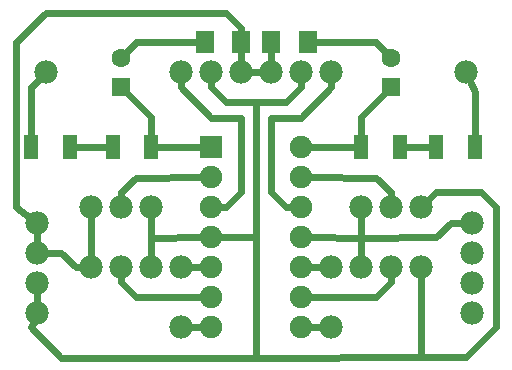
<source format=gbl>
G04 MADE WITH FRITZING*
G04 WWW.FRITZING.ORG*
G04 SINGLE SIDED*
G04 HOLES NOT PLATED*
G04 CONTOUR ON CENTER OF CONTOUR VECTOR*
%ASAXBY*%
%FSLAX23Y23*%
%MOIN*%
%OFA0B0*%
%SFA1.0B1.0*%
%ADD10C,0.078000*%
%ADD11C,0.075000*%
%ADD12C,0.062992*%
%ADD13R,0.075000X0.075000*%
%ADD14R,0.062992X0.062992*%
%ADD15R,0.062992X0.074803*%
%ADD16R,0.049208X0.078736*%
%ADD17R,0.049222X0.078736*%
%ADD18C,0.024000*%
%LNCOPPER0*%
G90*
G70*
G54D10*
X1174Y358D03*
X1174Y158D03*
X674Y358D03*
X674Y158D03*
X1624Y1008D03*
X224Y1008D03*
G54D11*
X774Y758D03*
X1074Y758D03*
X774Y658D03*
X1074Y658D03*
X774Y558D03*
X1074Y558D03*
X774Y458D03*
X1074Y458D03*
X774Y358D03*
X1074Y358D03*
X774Y258D03*
X1074Y258D03*
X774Y158D03*
X1074Y158D03*
G54D10*
X1174Y1008D03*
X1074Y1008D03*
X974Y1008D03*
X874Y1008D03*
X774Y1008D03*
X674Y1008D03*
X1474Y558D03*
X1374Y558D03*
X1274Y558D03*
X1474Y358D03*
X1374Y358D03*
X1274Y358D03*
X374Y558D03*
X474Y558D03*
X574Y558D03*
X374Y358D03*
X474Y358D03*
X574Y358D03*
G54D12*
X1374Y958D03*
X1374Y1056D03*
X474Y958D03*
X474Y1056D03*
G54D10*
X194Y505D03*
X194Y405D03*
X194Y305D03*
X194Y205D03*
X1644Y505D03*
X1644Y405D03*
X1644Y305D03*
X1644Y205D03*
G54D13*
X774Y758D03*
G54D14*
X1374Y958D03*
X474Y958D03*
G54D15*
X1097Y1108D03*
X975Y1108D03*
X874Y1108D03*
X752Y1108D03*
G54D16*
X1652Y758D03*
G54D17*
X1524Y758D03*
G54D16*
X1402Y758D03*
G54D17*
X1274Y758D03*
G54D16*
X174Y758D03*
G54D17*
X302Y758D03*
G54D16*
X446Y758D03*
G54D17*
X574Y758D03*
G54D18*
X174Y158D02*
X182Y177D01*
D02*
X274Y57D02*
X174Y158D01*
D02*
X924Y57D02*
X274Y57D01*
D02*
X745Y658D02*
X525Y657D01*
D02*
X473Y608D02*
X473Y588D01*
D02*
X525Y657D02*
X473Y608D01*
D02*
X1275Y457D02*
X1103Y458D01*
D02*
X1274Y528D02*
X1275Y457D01*
D02*
X944Y1008D02*
X904Y1008D01*
D02*
X575Y457D02*
X574Y528D01*
D02*
X745Y458D02*
X575Y457D01*
D02*
X1505Y758D02*
X1421Y758D01*
D02*
X974Y1038D02*
X975Y1076D01*
D02*
X321Y758D02*
X427Y758D01*
D02*
X825Y558D02*
X874Y608D01*
D02*
X803Y558D02*
X825Y558D01*
D02*
X874Y608D02*
X873Y857D01*
D02*
X675Y959D02*
X675Y978D01*
D02*
X774Y857D02*
X675Y959D01*
D02*
X873Y857D02*
X774Y857D01*
D02*
X1022Y558D02*
X973Y608D01*
D02*
X973Y608D02*
X975Y857D01*
D02*
X1045Y558D02*
X1022Y558D01*
D02*
X1073Y857D02*
X1175Y959D01*
D02*
X1175Y959D02*
X1175Y978D01*
D02*
X975Y857D02*
X1073Y857D01*
D02*
X1073Y959D02*
X1022Y908D01*
D02*
X1074Y978D02*
X1073Y959D01*
D02*
X924Y908D02*
X825Y908D01*
D02*
X1022Y908D02*
X924Y908D01*
D02*
X774Y959D02*
X774Y978D01*
D02*
X825Y908D02*
X774Y959D01*
D02*
X1325Y1108D02*
X1123Y1108D01*
D02*
X1355Y1076D02*
X1325Y1108D01*
D02*
X1373Y608D02*
X1324Y657D01*
D02*
X1374Y588D02*
X1373Y608D01*
D02*
X1324Y657D02*
X1103Y658D01*
D02*
X523Y1108D02*
X726Y1108D01*
D02*
X493Y1076D02*
X523Y1108D01*
D02*
X745Y758D02*
X593Y758D01*
D02*
X573Y858D02*
X493Y939D01*
D02*
X574Y792D02*
X573Y858D01*
D02*
X1275Y858D02*
X1274Y792D01*
D02*
X1355Y939D02*
X1275Y858D01*
D02*
X1103Y758D02*
X1255Y758D01*
D02*
X874Y1076D02*
X874Y1038D01*
D02*
X194Y235D02*
X194Y275D01*
D02*
X924Y459D02*
X803Y458D01*
D02*
X924Y408D02*
X924Y459D01*
D02*
X924Y908D02*
X924Y408D01*
D02*
X194Y435D02*
X194Y475D01*
D02*
X1574Y507D02*
X1525Y458D01*
D02*
X1614Y506D02*
X1574Y507D01*
D02*
X1525Y458D02*
X1275Y457D01*
D02*
X875Y1157D02*
X825Y1207D01*
D02*
X123Y1108D02*
X123Y559D01*
D02*
X123Y559D02*
X170Y523D01*
D02*
X224Y1207D02*
X123Y1108D01*
D02*
X825Y1207D02*
X224Y1207D01*
D02*
X874Y1140D02*
X875Y1157D01*
D02*
X1723Y558D02*
X1675Y609D01*
D02*
X1624Y58D02*
X1725Y158D01*
D02*
X924Y459D02*
X924Y57D01*
D02*
X924Y908D02*
X924Y459D01*
D02*
X1525Y608D02*
X1495Y579D01*
D02*
X1675Y609D02*
X1525Y608D01*
D02*
X1725Y158D02*
X1723Y558D01*
D02*
X924Y57D02*
X1475Y59D01*
D02*
X1475Y59D02*
X1624Y58D01*
D02*
X175Y959D02*
X203Y987D01*
D02*
X174Y792D02*
X175Y959D01*
D02*
X1652Y942D02*
X1652Y792D01*
D02*
X1636Y980D02*
X1652Y942D01*
D02*
X575Y457D02*
X574Y388D01*
D02*
X374Y528D02*
X374Y388D01*
D02*
X473Y309D02*
X525Y259D01*
D02*
X525Y259D02*
X745Y258D01*
D02*
X473Y328D02*
X473Y309D01*
D02*
X1275Y457D02*
X1274Y388D01*
D02*
X1373Y309D02*
X1374Y328D01*
D02*
X1324Y259D02*
X1373Y309D01*
D02*
X1103Y258D02*
X1324Y259D01*
D02*
X1103Y158D02*
X1144Y158D01*
D02*
X745Y158D02*
X704Y158D01*
D02*
X1475Y59D02*
X1474Y328D01*
D02*
X745Y358D02*
X704Y358D01*
D02*
X1103Y358D02*
X1144Y358D01*
D02*
X275Y407D02*
X325Y358D01*
D02*
X224Y406D02*
X275Y407D01*
D02*
X325Y358D02*
X344Y358D01*
G04 End of Copper0*
M02*
</source>
